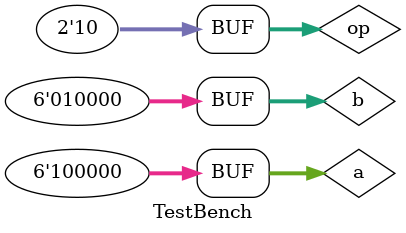
<source format=v>
module TestBench;
  reg   [5:0] a, b;
  reg   [1:0] op;
  wire  [5:0] hi, lo;
  wire  [11:0] c;
  wire  overflow;

  assign {hi, lo} = c;

  ALU alu(
    .a_in(a),
    .b_in(b),
    .c_out(c),
    .op_in(op),
    .overflow(overflow)
  );

  `define OPADD 2'b00
  `define OPSUB 2'b01
  `define OPMUL 2'b10
  `define OPDIV 2'b11

  initial begin
    op = `OPMUL;
    a = 6'b011110;
    b = 6'b010001;
#100
    a = 6'b011110;
    b = 6'b000001;
#100
    a = 6'b100000;
    b = 6'b010000;
  end
endmodule

</source>
